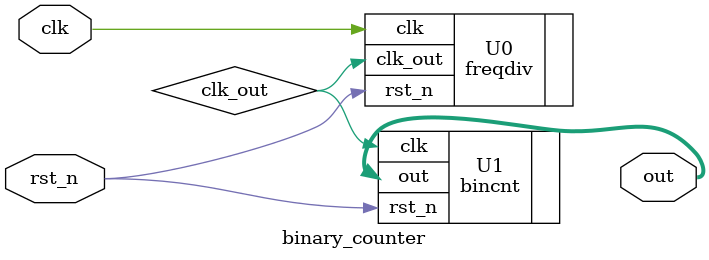
<source format=v>
`timescale 1ns / 1ps


module binary_counter(
    input clk,
    input rst_n,
    output [3:0]out
    );
    wire clk_out;
freqdiv U0(.clk(clk),.rst_n(rst_n),.clk_out(clk_out));
bincnt U1(.clk(clk_out),.rst_n(rst_n),.out(out));
endmodule

</source>
